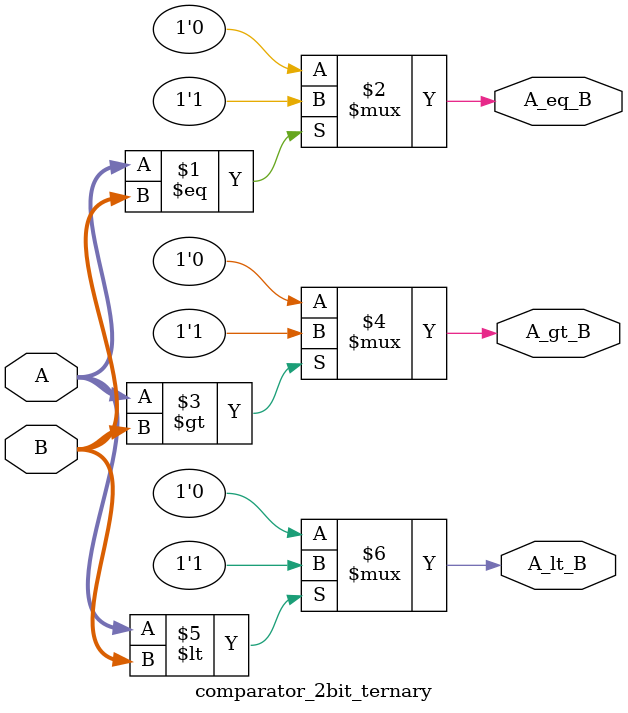
<source format=v>
module comparator_2bit_ternary (
  input [1:0] A,
  input [1:0] B,
  output A_eq_B,
  output A_gt_B,
  output A_lt_B
);
  assign A_eq_B = (A == B) ? 1'b1 : 1'b0;
  assign A_gt_B = (A > B)  ? 1'b1 : 1'b0;
  assign A_lt_B = (A < B)  ? 1'b1 : 1'b0;
endmodule

</source>
